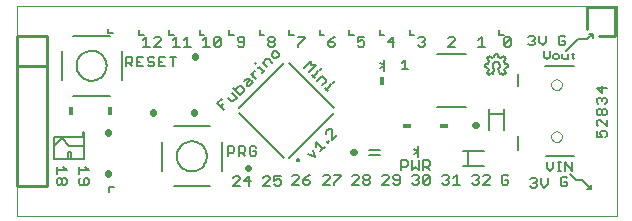
<source format=gto>
G75*
G70*
%OFA0B0*%
%FSLAX24Y24*%
%IPPOS*%
%LPD*%
%AMOC8*
5,1,8,0,0,1.08239X$1,22.5*
%
%ADD10C,0.0000*%
%ADD11C,0.0100*%
%ADD12C,0.0070*%
%ADD13C,0.0060*%
%ADD14C,0.0080*%
%ADD15C,0.0220*%
%ADD16R,0.0180X0.0300*%
%ADD17R,0.0300X0.0180*%
%ADD18C,0.0050*%
D10*
X001050Y000150D02*
X001050Y007150D01*
X021050Y007150D01*
X021050Y000150D01*
X001050Y000150D01*
X018873Y002784D02*
X018875Y002810D01*
X018881Y002836D01*
X018891Y002861D01*
X018904Y002884D01*
X018920Y002904D01*
X018940Y002922D01*
X018962Y002937D01*
X018985Y002949D01*
X019011Y002957D01*
X019037Y002961D01*
X019063Y002961D01*
X019089Y002957D01*
X019115Y002949D01*
X019139Y002937D01*
X019160Y002922D01*
X019180Y002904D01*
X019196Y002884D01*
X019209Y002861D01*
X019219Y002836D01*
X019225Y002810D01*
X019227Y002784D01*
X019225Y002758D01*
X019219Y002732D01*
X019209Y002707D01*
X019196Y002684D01*
X019180Y002664D01*
X019160Y002646D01*
X019138Y002631D01*
X019115Y002619D01*
X019089Y002611D01*
X019063Y002607D01*
X019037Y002607D01*
X019011Y002611D01*
X018985Y002619D01*
X018961Y002631D01*
X018940Y002646D01*
X018920Y002664D01*
X018904Y002684D01*
X018891Y002707D01*
X018881Y002732D01*
X018875Y002758D01*
X018873Y002784D01*
X018873Y004516D02*
X018875Y004542D01*
X018881Y004568D01*
X018891Y004593D01*
X018904Y004616D01*
X018920Y004636D01*
X018940Y004654D01*
X018962Y004669D01*
X018985Y004681D01*
X019011Y004689D01*
X019037Y004693D01*
X019063Y004693D01*
X019089Y004689D01*
X019115Y004681D01*
X019139Y004669D01*
X019160Y004654D01*
X019180Y004636D01*
X019196Y004616D01*
X019209Y004593D01*
X019219Y004568D01*
X019225Y004542D01*
X019227Y004516D01*
X019225Y004490D01*
X019219Y004464D01*
X019209Y004439D01*
X019196Y004416D01*
X019180Y004396D01*
X019160Y004378D01*
X019138Y004363D01*
X019115Y004351D01*
X019089Y004343D01*
X019063Y004339D01*
X019037Y004339D01*
X019011Y004343D01*
X018985Y004351D01*
X018961Y004363D01*
X018940Y004378D01*
X018920Y004396D01*
X018904Y004416D01*
X018891Y004439D01*
X018881Y004464D01*
X018875Y004490D01*
X018873Y004516D01*
D11*
X020470Y006150D02*
X021010Y006150D01*
X021010Y007110D01*
X020070Y007110D01*
X020070Y006390D01*
X002050Y006150D02*
X002050Y005150D01*
X001050Y005150D01*
X001050Y006150D01*
X002050Y006150D01*
X002050Y005150D02*
X002050Y001150D01*
X001050Y001150D01*
X001050Y005150D01*
D12*
X004109Y006226D02*
X004109Y006382D01*
X004109Y006226D02*
X004265Y006226D01*
X005129Y006186D02*
X005129Y006342D01*
X005129Y006186D02*
X005285Y006186D01*
X005375Y006115D02*
X005375Y005785D01*
X005265Y005785D02*
X005485Y005785D01*
X005633Y005785D02*
X005854Y006005D01*
X005854Y006060D01*
X005798Y006115D01*
X005688Y006115D01*
X005633Y006060D01*
X005375Y006115D02*
X005265Y006005D01*
X005633Y005785D02*
X005854Y005785D01*
X006265Y005785D02*
X006485Y005785D01*
X006375Y005785D02*
X006375Y006115D01*
X006265Y006005D01*
X006285Y006186D02*
X006129Y006186D01*
X006129Y006342D01*
X006633Y006005D02*
X006743Y006115D01*
X006743Y005785D01*
X006633Y005785D02*
X006854Y005785D01*
X007265Y005785D02*
X007485Y005785D01*
X007375Y005785D02*
X007375Y006115D01*
X007265Y006005D01*
X007305Y006186D02*
X007149Y006186D01*
X007149Y006342D01*
X007633Y006060D02*
X007688Y006115D01*
X007798Y006115D01*
X007854Y006060D01*
X007633Y005840D01*
X007688Y005785D01*
X007798Y005785D01*
X007854Y005840D01*
X007854Y006060D01*
X007633Y006060D02*
X007633Y005840D01*
X008425Y005840D02*
X008480Y005785D01*
X008590Y005785D01*
X008645Y005840D01*
X008645Y006060D01*
X008590Y006115D01*
X008480Y006115D01*
X008425Y006060D01*
X008425Y006005D01*
X008480Y005950D01*
X008645Y005950D01*
X008285Y006186D02*
X008129Y006186D01*
X008129Y006342D01*
X009149Y006342D02*
X009149Y006186D01*
X009305Y006186D01*
X009445Y006060D02*
X009445Y006005D01*
X009500Y005950D01*
X009610Y005950D01*
X009665Y005895D01*
X009665Y005840D01*
X009610Y005785D01*
X009500Y005785D01*
X009445Y005840D01*
X009445Y005895D01*
X009500Y005950D01*
X009610Y005950D02*
X009665Y006005D01*
X009665Y006060D01*
X009610Y006115D01*
X009500Y006115D01*
X009445Y006060D01*
X010129Y006186D02*
X010129Y006342D01*
X010129Y006186D02*
X010285Y006186D01*
X010445Y006115D02*
X010665Y006115D01*
X010665Y006060D01*
X010445Y005840D01*
X010445Y005785D01*
X009789Y005553D02*
X009711Y005631D01*
X009633Y005631D01*
X009555Y005553D01*
X009555Y005475D01*
X009633Y005397D01*
X009711Y005397D01*
X009789Y005475D01*
X009789Y005553D01*
X009567Y005253D02*
X009451Y005370D01*
X009373Y005370D01*
X009256Y005253D01*
X009412Y005098D01*
X009316Y005002D02*
X009238Y004924D01*
X009277Y004963D02*
X009121Y005119D01*
X009082Y005080D01*
X008982Y004980D02*
X008943Y004941D01*
X008943Y004785D01*
X009021Y004707D02*
X008865Y004863D01*
X008800Y004719D02*
X008916Y004602D01*
X008800Y004486D01*
X008722Y004486D01*
X008722Y004563D01*
X008838Y004680D01*
X008800Y004719D02*
X008722Y004719D01*
X008644Y004641D01*
X008539Y004459D02*
X008461Y004459D01*
X008344Y004342D01*
X008267Y004420D02*
X008500Y004186D01*
X008617Y004303D01*
X008617Y004381D01*
X008539Y004459D01*
X008240Y004237D02*
X008395Y004081D01*
X008279Y003965D01*
X008201Y003965D01*
X008084Y004081D01*
X007901Y004055D02*
X007746Y003899D01*
X007979Y003665D01*
X007863Y003782D02*
X007940Y003860D01*
X010905Y004826D02*
X010983Y004748D01*
X010944Y004787D02*
X011099Y004943D01*
X011060Y004982D01*
X011177Y005021D02*
X011216Y005060D01*
X011034Y005164D02*
X010878Y005164D01*
X010878Y005320D01*
X010644Y005087D01*
X010800Y004931D02*
X011034Y005164D01*
X011234Y004808D02*
X011351Y004691D01*
X011351Y004614D01*
X011234Y004497D01*
X011339Y004392D02*
X011417Y004314D01*
X011378Y004353D02*
X011533Y004509D01*
X011495Y004548D01*
X011611Y004587D02*
X011650Y004626D01*
X011234Y004808D02*
X011078Y004653D01*
X009043Y005197D02*
X009005Y005236D01*
X011445Y005840D02*
X011500Y005785D01*
X011610Y005785D01*
X011665Y005840D01*
X011665Y005895D01*
X011610Y005950D01*
X011445Y005950D01*
X011445Y005840D01*
X011445Y005950D02*
X011555Y006060D01*
X011665Y006115D01*
X011305Y006186D02*
X011149Y006186D01*
X011149Y006342D01*
X012129Y006342D02*
X012129Y006186D01*
X012285Y006186D01*
X012425Y006115D02*
X012425Y005950D01*
X012535Y006005D01*
X012590Y006005D01*
X012645Y005950D01*
X012645Y005840D01*
X012590Y005785D01*
X012480Y005785D01*
X012425Y005840D01*
X012425Y006115D02*
X012645Y006115D01*
X013149Y006186D02*
X013149Y006342D01*
X013149Y006186D02*
X013305Y006186D01*
X013425Y005950D02*
X013590Y006115D01*
X013590Y005785D01*
X013645Y005950D02*
X013425Y005950D01*
X014149Y006186D02*
X014149Y006342D01*
X014149Y006186D02*
X014305Y006186D01*
X014445Y006060D02*
X014500Y006115D01*
X014610Y006115D01*
X014665Y006060D01*
X014665Y006005D01*
X014610Y005950D01*
X014665Y005895D01*
X014665Y005840D01*
X014610Y005785D01*
X014500Y005785D01*
X014445Y005840D01*
X014555Y005950D02*
X014610Y005950D01*
X015445Y006060D02*
X015500Y006115D01*
X015610Y006115D01*
X015665Y006060D01*
X015665Y006005D01*
X015445Y005785D01*
X015665Y005785D01*
X016445Y005785D02*
X016665Y005785D01*
X016555Y005785D02*
X016555Y006115D01*
X016445Y006005D01*
X017129Y006186D02*
X017129Y006342D01*
X017129Y006186D02*
X017285Y006186D01*
X017360Y006115D02*
X017470Y006115D01*
X017525Y006060D01*
X017305Y005840D01*
X017360Y005785D01*
X017470Y005785D01*
X017525Y005840D01*
X017525Y006060D01*
X017360Y006115D02*
X017305Y006060D01*
X017305Y005840D01*
X018105Y005880D02*
X018160Y005825D01*
X018270Y005825D01*
X018325Y005880D01*
X018325Y005935D01*
X018270Y005990D01*
X018215Y005990D01*
X018270Y005990D02*
X018325Y006045D01*
X018325Y006100D01*
X018270Y006155D01*
X018160Y006155D01*
X018105Y006100D01*
X018473Y006155D02*
X018473Y005935D01*
X018583Y005825D01*
X018694Y005935D01*
X018694Y006155D01*
X019125Y006100D02*
X019125Y005880D01*
X019180Y005825D01*
X019290Y005825D01*
X019345Y005880D01*
X019345Y005990D01*
X019235Y005990D01*
X019125Y006100D02*
X019180Y006155D01*
X019290Y006155D01*
X019345Y006100D01*
X020550Y004458D02*
X020550Y004238D01*
X020385Y004403D01*
X020715Y004403D01*
X020660Y004090D02*
X020715Y004035D01*
X020715Y003925D01*
X020660Y003870D01*
X020550Y003980D02*
X020550Y004035D01*
X020605Y004090D01*
X020660Y004090D01*
X020550Y004035D02*
X020495Y004090D01*
X020440Y004090D01*
X020385Y004035D01*
X020385Y003925D01*
X020440Y003870D01*
X020440Y003722D02*
X020495Y003722D01*
X020550Y003667D01*
X020550Y003557D01*
X020495Y003502D01*
X020440Y003502D01*
X020385Y003557D01*
X020385Y003667D01*
X020440Y003722D01*
X020550Y003667D02*
X020605Y003722D01*
X020660Y003722D01*
X020715Y003667D01*
X020715Y003557D01*
X020660Y003502D01*
X020605Y003502D01*
X020550Y003557D01*
X020495Y003354D02*
X020440Y003354D01*
X020385Y003298D01*
X020385Y003188D01*
X020440Y003133D01*
X020495Y003354D02*
X020715Y003133D01*
X020715Y003354D01*
X020660Y002985D02*
X020550Y002985D01*
X020495Y002930D01*
X020495Y002875D01*
X020550Y002765D01*
X020385Y002765D01*
X020385Y002985D01*
X020660Y002985D02*
X020715Y002930D01*
X020715Y002820D01*
X020660Y002765D01*
X019559Y001955D02*
X019559Y001625D01*
X019339Y001955D01*
X019339Y001625D01*
X019203Y001625D02*
X019093Y001625D01*
X019148Y001625D02*
X019148Y001955D01*
X019093Y001955D02*
X019203Y001955D01*
X018945Y001955D02*
X018945Y001735D01*
X018835Y001625D01*
X018725Y001735D01*
X018725Y001955D01*
X017445Y001460D02*
X017390Y001515D01*
X017280Y001515D01*
X017225Y001460D01*
X017225Y001240D01*
X017280Y001185D01*
X017390Y001185D01*
X017445Y001240D01*
X017445Y001350D01*
X017335Y001350D01*
X016834Y001405D02*
X016834Y001460D01*
X016778Y001515D01*
X016668Y001515D01*
X016613Y001460D01*
X016465Y001460D02*
X016465Y001405D01*
X016410Y001350D01*
X016465Y001295D01*
X016465Y001240D01*
X016410Y001185D01*
X016300Y001185D01*
X016245Y001240D01*
X016355Y001350D02*
X016410Y001350D01*
X016465Y001460D02*
X016410Y001515D01*
X016300Y001515D01*
X016245Y001460D01*
X015723Y001515D02*
X015723Y001185D01*
X015613Y001185D02*
X015834Y001185D01*
X015465Y001240D02*
X015410Y001185D01*
X015300Y001185D01*
X015245Y001240D01*
X015410Y001350D02*
X015465Y001295D01*
X015465Y001240D01*
X015410Y001350D02*
X015355Y001350D01*
X015410Y001350D02*
X015465Y001405D01*
X015465Y001460D01*
X015410Y001515D01*
X015300Y001515D01*
X015245Y001460D01*
X015613Y001405D02*
X015723Y001515D01*
X016613Y001185D02*
X016834Y001405D01*
X016834Y001185D02*
X016613Y001185D01*
X018165Y001140D02*
X018220Y001085D01*
X018330Y001085D01*
X018385Y001140D01*
X018385Y001195D01*
X018330Y001250D01*
X018275Y001250D01*
X018330Y001250D02*
X018385Y001305D01*
X018385Y001360D01*
X018330Y001415D01*
X018220Y001415D01*
X018165Y001360D01*
X018533Y001415D02*
X018533Y001195D01*
X018643Y001085D01*
X018754Y001195D01*
X018754Y001415D01*
X019185Y001400D02*
X019185Y001180D01*
X019240Y001125D01*
X019350Y001125D01*
X019405Y001180D01*
X019405Y001290D01*
X019295Y001290D01*
X019185Y001400D02*
X019240Y001455D01*
X019350Y001455D01*
X019405Y001400D01*
X014834Y001460D02*
X014834Y001240D01*
X014778Y001185D01*
X014668Y001185D01*
X014613Y001240D01*
X014834Y001460D01*
X014778Y001515D01*
X014668Y001515D01*
X014613Y001460D01*
X014613Y001240D01*
X014465Y001240D02*
X014410Y001185D01*
X014300Y001185D01*
X014245Y001240D01*
X014410Y001350D02*
X014465Y001295D01*
X014465Y001240D01*
X014410Y001350D02*
X014355Y001350D01*
X014410Y001350D02*
X014465Y001405D01*
X014465Y001460D01*
X014410Y001515D01*
X014300Y001515D01*
X014245Y001460D01*
X014233Y001665D02*
X014343Y001775D01*
X014454Y001665D01*
X014454Y001995D01*
X014602Y001995D02*
X014767Y001995D01*
X014822Y001940D01*
X014822Y001830D01*
X014767Y001775D01*
X014602Y001775D01*
X014712Y001775D02*
X014822Y001665D01*
X014602Y001665D02*
X014602Y001995D01*
X014233Y001995D02*
X014233Y001665D01*
X014085Y001830D02*
X014030Y001775D01*
X013865Y001775D01*
X014085Y001830D02*
X014085Y001940D01*
X014030Y001995D01*
X013865Y001995D01*
X013865Y001665D01*
X013778Y001515D02*
X013668Y001515D01*
X013613Y001460D01*
X013613Y001405D01*
X013668Y001350D01*
X013834Y001350D01*
X013834Y001240D02*
X013778Y001185D01*
X013668Y001185D01*
X013613Y001240D01*
X013465Y001185D02*
X013245Y001185D01*
X013465Y001405D01*
X013465Y001460D01*
X013410Y001515D01*
X013300Y001515D01*
X013245Y001460D01*
X012834Y001460D02*
X012834Y001405D01*
X012778Y001350D01*
X012668Y001350D01*
X012613Y001405D01*
X012613Y001460D01*
X012668Y001515D01*
X012778Y001515D01*
X012834Y001460D01*
X012778Y001350D02*
X012834Y001295D01*
X012834Y001240D01*
X012778Y001185D01*
X012668Y001185D01*
X012613Y001240D01*
X012613Y001295D01*
X012668Y001350D01*
X012465Y001405D02*
X012465Y001460D01*
X012410Y001515D01*
X012300Y001515D01*
X012245Y001460D01*
X012465Y001405D02*
X012245Y001185D01*
X012465Y001185D01*
X011854Y001460D02*
X011633Y001240D01*
X011633Y001185D01*
X011485Y001185D02*
X011265Y001185D01*
X011485Y001405D01*
X011485Y001460D01*
X011430Y001515D01*
X011320Y001515D01*
X011265Y001460D01*
X011633Y001515D02*
X011854Y001515D01*
X011854Y001460D01*
X010834Y001515D02*
X010723Y001460D01*
X010613Y001350D01*
X010778Y001350D01*
X010834Y001295D01*
X010834Y001240D01*
X010778Y001185D01*
X010668Y001185D01*
X010613Y001240D01*
X010613Y001350D01*
X010465Y001405D02*
X010465Y001460D01*
X010410Y001515D01*
X010300Y001515D01*
X010245Y001460D01*
X010465Y001405D02*
X010245Y001185D01*
X010465Y001185D01*
X009854Y001200D02*
X009798Y001145D01*
X009688Y001145D01*
X009633Y001200D01*
X009633Y001310D02*
X009743Y001365D01*
X009798Y001365D01*
X009854Y001310D01*
X009854Y001200D01*
X009633Y001310D02*
X009633Y001475D01*
X009854Y001475D01*
X009485Y001420D02*
X009485Y001365D01*
X009265Y001145D01*
X009485Y001145D01*
X008854Y001310D02*
X008633Y001310D01*
X008798Y001475D01*
X008798Y001145D01*
X008485Y001145D02*
X008265Y001145D01*
X008485Y001365D01*
X008485Y001420D01*
X008430Y001475D01*
X008320Y001475D01*
X008265Y001420D01*
X009265Y001420D02*
X009320Y001475D01*
X009430Y001475D01*
X009485Y001420D01*
X008987Y002145D02*
X008877Y002145D01*
X008822Y002200D01*
X008822Y002420D01*
X008877Y002475D01*
X008987Y002475D01*
X009042Y002420D01*
X009042Y002310D02*
X008932Y002310D01*
X009042Y002310D02*
X009042Y002200D01*
X008987Y002145D01*
X008674Y002145D02*
X008563Y002255D01*
X008618Y002255D02*
X008453Y002255D01*
X008453Y002145D02*
X008453Y002475D01*
X008618Y002475D01*
X008674Y002420D01*
X008674Y002310D01*
X008618Y002255D01*
X008305Y002310D02*
X008250Y002255D01*
X008085Y002255D01*
X008085Y002145D02*
X008085Y002475D01*
X008250Y002475D01*
X008305Y002420D01*
X008305Y002310D01*
X010763Y002195D02*
X010996Y002117D01*
X010918Y002351D01*
X011023Y002456D02*
X011023Y002611D01*
X011257Y002378D01*
X011334Y002456D02*
X011179Y002300D01*
X011439Y002560D02*
X011478Y002599D01*
X011439Y002638D01*
X011400Y002599D01*
X011439Y002560D01*
X011569Y002691D02*
X011569Y003002D01*
X011530Y003041D01*
X011453Y003041D01*
X011375Y002963D01*
X011375Y002885D01*
X011569Y002691D02*
X011725Y002846D01*
X013778Y001515D02*
X013834Y001460D01*
X013834Y001240D01*
X004302Y001111D02*
X004146Y001111D01*
X004146Y000955D01*
X003455Y001242D02*
X003400Y001186D01*
X003180Y001186D01*
X003125Y001242D01*
X003125Y001352D01*
X003180Y001407D01*
X003290Y001352D02*
X003345Y001407D01*
X003400Y001407D01*
X003455Y001352D01*
X003455Y001242D01*
X003290Y001186D02*
X003290Y001352D01*
X003125Y001555D02*
X003125Y001775D01*
X003345Y001775D02*
X003455Y001665D01*
X003125Y001665D01*
X002715Y001665D02*
X002605Y001775D01*
X002385Y001775D02*
X002385Y001555D01*
X002385Y001665D02*
X002715Y001665D01*
X002660Y001407D02*
X002605Y001407D01*
X002550Y001352D01*
X002550Y001242D01*
X002495Y001186D01*
X002440Y001186D01*
X002385Y001242D01*
X002385Y001352D01*
X002440Y001407D01*
X002495Y001407D01*
X002550Y001352D01*
X002550Y001242D02*
X002605Y001186D01*
X002660Y001186D01*
X002715Y001242D01*
X002715Y001352D01*
X002660Y001407D01*
X004685Y005125D02*
X004685Y005455D01*
X004850Y005455D01*
X004905Y005400D01*
X004905Y005290D01*
X004850Y005235D01*
X004685Y005235D01*
X004795Y005235D02*
X004905Y005125D01*
X005053Y005125D02*
X005274Y005125D01*
X005422Y005180D02*
X005477Y005125D01*
X005587Y005125D01*
X005642Y005180D01*
X005642Y005235D01*
X005587Y005290D01*
X005477Y005290D01*
X005422Y005345D01*
X005422Y005400D01*
X005477Y005455D01*
X005587Y005455D01*
X005642Y005400D01*
X005790Y005455D02*
X005790Y005125D01*
X006010Y005125D01*
X006268Y005125D02*
X006268Y005455D01*
X006158Y005455D02*
X006378Y005455D01*
X006010Y005455D02*
X005790Y005455D01*
X005790Y005290D02*
X005900Y005290D01*
X005274Y005455D02*
X005053Y005455D01*
X005053Y005125D01*
X005053Y005290D02*
X005163Y005290D01*
X013885Y005245D02*
X013995Y005355D01*
X013995Y005025D01*
X013885Y005025D02*
X014105Y005025D01*
D13*
X018640Y005450D02*
X018730Y005360D01*
X018820Y005450D01*
X018820Y005630D01*
X018640Y005630D02*
X018640Y005450D01*
X018944Y005405D02*
X018989Y005360D01*
X019079Y005360D01*
X019124Y005405D01*
X019124Y005495D01*
X019079Y005540D01*
X018989Y005540D01*
X018944Y005495D01*
X018944Y005405D01*
X019248Y005405D02*
X019248Y005540D01*
X019248Y005405D02*
X019293Y005360D01*
X019428Y005360D01*
X019428Y005540D01*
X019552Y005540D02*
X019642Y005540D01*
X019597Y005585D02*
X019597Y005405D01*
X019642Y005360D01*
D14*
X019370Y005650D02*
X019750Y006030D01*
X020070Y006030D01*
X020250Y006210D01*
X020250Y006090D01*
X020250Y006210D02*
X020130Y006210D01*
X017350Y005400D02*
X017290Y005310D01*
X017330Y005220D01*
X017430Y005200D01*
X017430Y005110D01*
X017330Y005090D01*
X017290Y005000D01*
X017350Y004910D01*
X017280Y004850D01*
X017200Y004910D01*
X017160Y004890D01*
X017100Y005050D01*
X016980Y005050D02*
X016920Y004890D01*
X016880Y004910D01*
X016800Y004850D01*
X016730Y004910D01*
X016790Y005000D01*
X016750Y005090D01*
X016650Y005110D01*
X016650Y005200D01*
X016760Y005220D01*
X016790Y005310D01*
X016730Y005400D01*
X016800Y005470D01*
X016890Y005400D01*
X016970Y005440D01*
X017000Y005550D01*
X017090Y005550D01*
X017110Y005440D01*
X017190Y005400D01*
X017280Y005470D01*
X017350Y005400D01*
X017100Y005050D02*
X017117Y005062D01*
X017132Y005077D01*
X017145Y005094D01*
X017154Y005113D01*
X017159Y005134D01*
X017161Y005155D01*
X017159Y005176D01*
X017154Y005196D01*
X017145Y005215D01*
X017133Y005233D01*
X017118Y005248D01*
X017101Y005260D01*
X017081Y005269D01*
X017061Y005274D01*
X017040Y005276D01*
X017019Y005274D01*
X016999Y005269D01*
X016979Y005260D01*
X016962Y005248D01*
X016947Y005233D01*
X016935Y005215D01*
X016926Y005196D01*
X016921Y005176D01*
X016919Y005155D01*
X016921Y005134D01*
X016926Y005113D01*
X016935Y005094D01*
X016948Y005077D01*
X016963Y005062D01*
X016980Y005050D01*
X013297Y004969D02*
X013297Y005150D01*
X013175Y005058D01*
X013297Y005150D02*
X013297Y005331D01*
X013175Y005236D02*
X013291Y005160D01*
X016794Y003704D02*
X016794Y003547D01*
X017306Y003547D01*
X017306Y002996D01*
X016794Y002996D02*
X016794Y003547D01*
X017306Y003547D02*
X017306Y003704D01*
X014417Y002471D02*
X014417Y002290D01*
X014295Y002198D01*
X014417Y002109D02*
X014417Y002290D01*
X014411Y002300D02*
X014295Y002376D01*
X015936Y002306D02*
X016093Y002306D01*
X016093Y001794D01*
X016644Y001794D01*
X016093Y001794D02*
X015936Y001794D01*
X016093Y002306D02*
X016644Y002306D01*
X019490Y001530D02*
X019690Y001330D01*
X019890Y001330D01*
X020190Y001030D01*
X020050Y001030D01*
X020190Y001030D02*
X020190Y001170D01*
X007890Y001630D02*
X007890Y002618D01*
X006390Y002130D02*
X006392Y002174D01*
X006398Y002218D01*
X006408Y002261D01*
X006421Y002303D01*
X006438Y002344D01*
X006459Y002383D01*
X006483Y002420D01*
X006510Y002455D01*
X006540Y002487D01*
X006573Y002517D01*
X006609Y002543D01*
X006646Y002567D01*
X006686Y002586D01*
X006727Y002603D01*
X006770Y002615D01*
X006813Y002624D01*
X006857Y002629D01*
X006901Y002630D01*
X006945Y002627D01*
X006989Y002620D01*
X007032Y002609D01*
X007074Y002595D01*
X007114Y002577D01*
X007153Y002555D01*
X007189Y002531D01*
X007223Y002503D01*
X007255Y002472D01*
X007284Y002438D01*
X007310Y002402D01*
X007332Y002364D01*
X007351Y002324D01*
X007366Y002282D01*
X007378Y002240D01*
X007386Y002196D01*
X007390Y002152D01*
X007390Y002108D01*
X007386Y002064D01*
X007378Y002020D01*
X007366Y001978D01*
X007351Y001936D01*
X007332Y001896D01*
X007310Y001858D01*
X007284Y001822D01*
X007255Y001788D01*
X007223Y001757D01*
X007189Y001729D01*
X007153Y001705D01*
X007114Y001683D01*
X007074Y001665D01*
X007032Y001651D01*
X006989Y001640D01*
X006945Y001633D01*
X006901Y001630D01*
X006857Y001631D01*
X006813Y001636D01*
X006770Y001645D01*
X006727Y001657D01*
X006686Y001674D01*
X006646Y001693D01*
X006609Y001717D01*
X006573Y001743D01*
X006540Y001773D01*
X006510Y001805D01*
X006483Y001840D01*
X006459Y001877D01*
X006438Y001916D01*
X006421Y001957D01*
X006408Y001999D01*
X006398Y002042D01*
X006392Y002086D01*
X006390Y002130D01*
X005890Y001642D02*
X005890Y002618D01*
X006284Y003130D02*
X007496Y003130D01*
X004156Y004150D02*
X002944Y004150D01*
X002550Y004662D02*
X002550Y005650D01*
X002944Y006150D02*
X004156Y006150D01*
X004550Y005638D02*
X004550Y004662D01*
X003050Y005150D02*
X003052Y005194D01*
X003058Y005238D01*
X003068Y005281D01*
X003081Y005323D01*
X003098Y005364D01*
X003119Y005403D01*
X003143Y005440D01*
X003170Y005475D01*
X003200Y005507D01*
X003233Y005537D01*
X003269Y005563D01*
X003306Y005587D01*
X003346Y005606D01*
X003387Y005623D01*
X003430Y005635D01*
X003473Y005644D01*
X003517Y005649D01*
X003561Y005650D01*
X003605Y005647D01*
X003649Y005640D01*
X003692Y005629D01*
X003734Y005615D01*
X003774Y005597D01*
X003813Y005575D01*
X003849Y005551D01*
X003883Y005523D01*
X003915Y005492D01*
X003944Y005458D01*
X003970Y005422D01*
X003992Y005384D01*
X004011Y005344D01*
X004026Y005302D01*
X004038Y005260D01*
X004046Y005216D01*
X004050Y005172D01*
X004050Y005128D01*
X004046Y005084D01*
X004038Y005040D01*
X004026Y004998D01*
X004011Y004956D01*
X003992Y004916D01*
X003970Y004878D01*
X003944Y004842D01*
X003915Y004808D01*
X003883Y004777D01*
X003849Y004749D01*
X003813Y004725D01*
X003774Y004703D01*
X003734Y004685D01*
X003692Y004671D01*
X003649Y004660D01*
X003605Y004653D01*
X003561Y004650D01*
X003517Y004651D01*
X003473Y004656D01*
X003430Y004665D01*
X003387Y004677D01*
X003346Y004694D01*
X003306Y004713D01*
X003269Y004737D01*
X003233Y004763D01*
X003200Y004793D01*
X003170Y004825D01*
X003143Y004860D01*
X003119Y004897D01*
X003098Y004936D01*
X003081Y004977D01*
X003068Y005019D01*
X003058Y005062D01*
X003052Y005106D01*
X003050Y005150D01*
X003260Y002930D02*
X003310Y002930D01*
X003310Y002480D01*
X002810Y002480D01*
X002560Y002730D01*
X002310Y002480D01*
X002310Y002780D01*
X003260Y002780D01*
X003260Y002930D01*
X003310Y002480D02*
X003310Y002030D01*
X002860Y002030D01*
X002860Y002280D01*
X002760Y002280D01*
X002760Y002080D01*
X002860Y002030D02*
X002310Y002030D01*
X002310Y002480D01*
X006284Y001130D02*
X007496Y001130D01*
D15*
X008758Y001726D02*
X008758Y001750D01*
X012258Y002270D02*
X012282Y002270D01*
X016338Y003170D02*
X016362Y003170D01*
X006950Y003578D02*
X006950Y003602D01*
X005610Y003602D02*
X005610Y003578D01*
X004090Y002942D02*
X004090Y002918D01*
X004090Y001562D02*
X004090Y001538D01*
X006990Y005438D02*
X006990Y005462D01*
D16*
X004150Y003650D03*
X002870Y003650D03*
X013230Y004650D03*
D17*
X014050Y003150D03*
X015310Y003150D03*
D18*
X015060Y003770D02*
X016030Y003770D01*
X017751Y004477D02*
X017751Y004870D01*
X018656Y005146D02*
X019641Y005146D01*
X016030Y005530D02*
X015060Y005530D01*
X011637Y003734D02*
X010139Y005231D01*
X009961Y005231D02*
X008463Y003734D01*
X008463Y003566D02*
X009961Y002069D01*
X010139Y002069D02*
X011637Y003566D01*
X012813Y002349D02*
X013167Y002349D01*
X013167Y002191D02*
X012813Y002191D01*
X010395Y002017D02*
X010397Y002029D01*
X010402Y002040D01*
X010411Y002049D01*
X010422Y002054D01*
X010434Y002056D01*
X010446Y002054D01*
X010457Y002049D01*
X010466Y002040D01*
X010471Y002029D01*
X010473Y002017D01*
X010471Y002005D01*
X010466Y001994D01*
X010457Y001985D01*
X010446Y001980D01*
X010434Y001978D01*
X010422Y001980D01*
X010411Y001985D01*
X010402Y001994D01*
X010397Y002005D01*
X010395Y002017D01*
X017751Y002351D02*
X017751Y002823D01*
X018696Y002154D02*
X019641Y002154D01*
M02*

</source>
